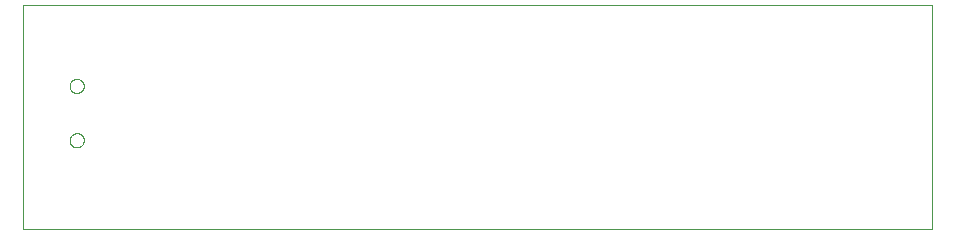
<source format=gko>
G75*
%MOIN*%
%OFA0B0*%
%FSLAX25Y25*%
%IPPOS*%
%LPD*%
%AMOC8*
5,1,8,0,0,1.08239X$1,22.5*
%
%ADD10C,0.00000*%
D10*
X0003469Y0025437D02*
X0003469Y0100241D01*
X0306618Y0100241D01*
X0306618Y0025437D01*
X0003469Y0025437D01*
X0019089Y0055132D02*
X0019091Y0055229D01*
X0019097Y0055326D01*
X0019107Y0055422D01*
X0019121Y0055518D01*
X0019139Y0055614D01*
X0019160Y0055708D01*
X0019186Y0055802D01*
X0019215Y0055894D01*
X0019249Y0055985D01*
X0019285Y0056075D01*
X0019326Y0056163D01*
X0019370Y0056249D01*
X0019418Y0056334D01*
X0019469Y0056416D01*
X0019523Y0056497D01*
X0019581Y0056575D01*
X0019642Y0056650D01*
X0019705Y0056723D01*
X0019772Y0056794D01*
X0019842Y0056861D01*
X0019914Y0056926D01*
X0019989Y0056987D01*
X0020067Y0057046D01*
X0020146Y0057101D01*
X0020228Y0057153D01*
X0020312Y0057201D01*
X0020398Y0057246D01*
X0020486Y0057288D01*
X0020575Y0057326D01*
X0020666Y0057360D01*
X0020758Y0057390D01*
X0020851Y0057417D01*
X0020946Y0057439D01*
X0021041Y0057458D01*
X0021137Y0057473D01*
X0021233Y0057484D01*
X0021330Y0057491D01*
X0021427Y0057494D01*
X0021524Y0057493D01*
X0021621Y0057488D01*
X0021717Y0057479D01*
X0021813Y0057466D01*
X0021909Y0057449D01*
X0022004Y0057428D01*
X0022097Y0057404D01*
X0022190Y0057375D01*
X0022282Y0057343D01*
X0022372Y0057307D01*
X0022460Y0057268D01*
X0022547Y0057224D01*
X0022632Y0057178D01*
X0022715Y0057127D01*
X0022796Y0057074D01*
X0022874Y0057017D01*
X0022951Y0056957D01*
X0023024Y0056894D01*
X0023095Y0056828D01*
X0023163Y0056759D01*
X0023229Y0056687D01*
X0023291Y0056613D01*
X0023350Y0056536D01*
X0023406Y0056457D01*
X0023459Y0056375D01*
X0023509Y0056292D01*
X0023554Y0056206D01*
X0023597Y0056119D01*
X0023636Y0056030D01*
X0023671Y0055940D01*
X0023702Y0055848D01*
X0023729Y0055755D01*
X0023753Y0055661D01*
X0023773Y0055566D01*
X0023789Y0055470D01*
X0023801Y0055374D01*
X0023809Y0055277D01*
X0023813Y0055180D01*
X0023813Y0055084D01*
X0023809Y0054987D01*
X0023801Y0054890D01*
X0023789Y0054794D01*
X0023773Y0054698D01*
X0023753Y0054603D01*
X0023729Y0054509D01*
X0023702Y0054416D01*
X0023671Y0054324D01*
X0023636Y0054234D01*
X0023597Y0054145D01*
X0023554Y0054058D01*
X0023509Y0053972D01*
X0023459Y0053889D01*
X0023406Y0053807D01*
X0023350Y0053728D01*
X0023291Y0053651D01*
X0023229Y0053577D01*
X0023163Y0053505D01*
X0023095Y0053436D01*
X0023024Y0053370D01*
X0022951Y0053307D01*
X0022874Y0053247D01*
X0022796Y0053190D01*
X0022715Y0053137D01*
X0022632Y0053086D01*
X0022547Y0053040D01*
X0022460Y0052996D01*
X0022372Y0052957D01*
X0022282Y0052921D01*
X0022190Y0052889D01*
X0022097Y0052860D01*
X0022004Y0052836D01*
X0021909Y0052815D01*
X0021813Y0052798D01*
X0021717Y0052785D01*
X0021621Y0052776D01*
X0021524Y0052771D01*
X0021427Y0052770D01*
X0021330Y0052773D01*
X0021233Y0052780D01*
X0021137Y0052791D01*
X0021041Y0052806D01*
X0020946Y0052825D01*
X0020851Y0052847D01*
X0020758Y0052874D01*
X0020666Y0052904D01*
X0020575Y0052938D01*
X0020486Y0052976D01*
X0020398Y0053018D01*
X0020312Y0053063D01*
X0020228Y0053111D01*
X0020146Y0053163D01*
X0020067Y0053218D01*
X0019989Y0053277D01*
X0019914Y0053338D01*
X0019842Y0053403D01*
X0019772Y0053470D01*
X0019705Y0053541D01*
X0019642Y0053614D01*
X0019581Y0053689D01*
X0019523Y0053767D01*
X0019469Y0053848D01*
X0019418Y0053930D01*
X0019370Y0054015D01*
X0019326Y0054101D01*
X0019285Y0054189D01*
X0019249Y0054279D01*
X0019215Y0054370D01*
X0019186Y0054462D01*
X0019160Y0054556D01*
X0019139Y0054650D01*
X0019121Y0054746D01*
X0019107Y0054842D01*
X0019097Y0054938D01*
X0019091Y0055035D01*
X0019089Y0055132D01*
X0019089Y0073243D02*
X0019091Y0073340D01*
X0019097Y0073437D01*
X0019107Y0073533D01*
X0019121Y0073629D01*
X0019139Y0073725D01*
X0019160Y0073819D01*
X0019186Y0073913D01*
X0019215Y0074005D01*
X0019249Y0074096D01*
X0019285Y0074186D01*
X0019326Y0074274D01*
X0019370Y0074360D01*
X0019418Y0074445D01*
X0019469Y0074527D01*
X0019523Y0074608D01*
X0019581Y0074686D01*
X0019642Y0074761D01*
X0019705Y0074834D01*
X0019772Y0074905D01*
X0019842Y0074972D01*
X0019914Y0075037D01*
X0019989Y0075098D01*
X0020067Y0075157D01*
X0020146Y0075212D01*
X0020228Y0075264D01*
X0020312Y0075312D01*
X0020398Y0075357D01*
X0020486Y0075399D01*
X0020575Y0075437D01*
X0020666Y0075471D01*
X0020758Y0075501D01*
X0020851Y0075528D01*
X0020946Y0075550D01*
X0021041Y0075569D01*
X0021137Y0075584D01*
X0021233Y0075595D01*
X0021330Y0075602D01*
X0021427Y0075605D01*
X0021524Y0075604D01*
X0021621Y0075599D01*
X0021717Y0075590D01*
X0021813Y0075577D01*
X0021909Y0075560D01*
X0022004Y0075539D01*
X0022097Y0075515D01*
X0022190Y0075486D01*
X0022282Y0075454D01*
X0022372Y0075418D01*
X0022460Y0075379D01*
X0022547Y0075335D01*
X0022632Y0075289D01*
X0022715Y0075238D01*
X0022796Y0075185D01*
X0022874Y0075128D01*
X0022951Y0075068D01*
X0023024Y0075005D01*
X0023095Y0074939D01*
X0023163Y0074870D01*
X0023229Y0074798D01*
X0023291Y0074724D01*
X0023350Y0074647D01*
X0023406Y0074568D01*
X0023459Y0074486D01*
X0023509Y0074403D01*
X0023554Y0074317D01*
X0023597Y0074230D01*
X0023636Y0074141D01*
X0023671Y0074051D01*
X0023702Y0073959D01*
X0023729Y0073866D01*
X0023753Y0073772D01*
X0023773Y0073677D01*
X0023789Y0073581D01*
X0023801Y0073485D01*
X0023809Y0073388D01*
X0023813Y0073291D01*
X0023813Y0073195D01*
X0023809Y0073098D01*
X0023801Y0073001D01*
X0023789Y0072905D01*
X0023773Y0072809D01*
X0023753Y0072714D01*
X0023729Y0072620D01*
X0023702Y0072527D01*
X0023671Y0072435D01*
X0023636Y0072345D01*
X0023597Y0072256D01*
X0023554Y0072169D01*
X0023509Y0072083D01*
X0023459Y0072000D01*
X0023406Y0071918D01*
X0023350Y0071839D01*
X0023291Y0071762D01*
X0023229Y0071688D01*
X0023163Y0071616D01*
X0023095Y0071547D01*
X0023024Y0071481D01*
X0022951Y0071418D01*
X0022874Y0071358D01*
X0022796Y0071301D01*
X0022715Y0071248D01*
X0022632Y0071197D01*
X0022547Y0071151D01*
X0022460Y0071107D01*
X0022372Y0071068D01*
X0022282Y0071032D01*
X0022190Y0071000D01*
X0022097Y0070971D01*
X0022004Y0070947D01*
X0021909Y0070926D01*
X0021813Y0070909D01*
X0021717Y0070896D01*
X0021621Y0070887D01*
X0021524Y0070882D01*
X0021427Y0070881D01*
X0021330Y0070884D01*
X0021233Y0070891D01*
X0021137Y0070902D01*
X0021041Y0070917D01*
X0020946Y0070936D01*
X0020851Y0070958D01*
X0020758Y0070985D01*
X0020666Y0071015D01*
X0020575Y0071049D01*
X0020486Y0071087D01*
X0020398Y0071129D01*
X0020312Y0071174D01*
X0020228Y0071222D01*
X0020146Y0071274D01*
X0020067Y0071329D01*
X0019989Y0071388D01*
X0019914Y0071449D01*
X0019842Y0071514D01*
X0019772Y0071581D01*
X0019705Y0071652D01*
X0019642Y0071725D01*
X0019581Y0071800D01*
X0019523Y0071878D01*
X0019469Y0071959D01*
X0019418Y0072041D01*
X0019370Y0072126D01*
X0019326Y0072212D01*
X0019285Y0072300D01*
X0019249Y0072390D01*
X0019215Y0072481D01*
X0019186Y0072573D01*
X0019160Y0072667D01*
X0019139Y0072761D01*
X0019121Y0072857D01*
X0019107Y0072953D01*
X0019097Y0073049D01*
X0019091Y0073146D01*
X0019089Y0073243D01*
X0306618Y0084839D02*
X0306618Y0040839D01*
M02*

</source>
